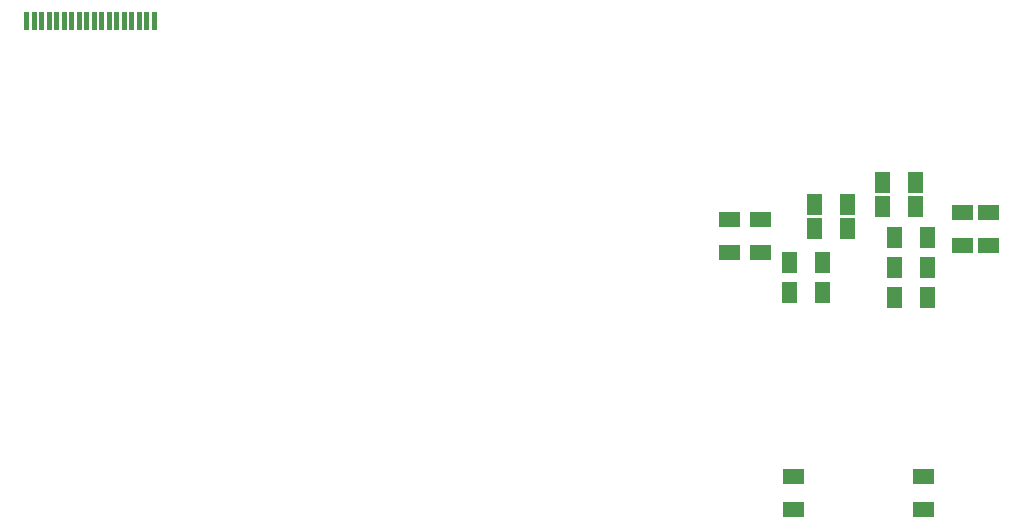
<source format=gbr>
G04 start of page 22 for group -4014 idx -4014 *
G04 Title: IDEF-X, bottompaste *
G04 Creator: pcb 1.99z *
G04 CreationDate: Mi 20 Jan 2016 16:51:45 GMT UTC *
G04 For: stephan *
G04 Format: Gerber/RS-274X *
G04 PCB-Dimensions (mil): 7874.02 3937.01 *
G04 PCB-Coordinate-Origin: lower left *
%MOIN*%
%FSLAX25Y25*%
%LNBOTTOMPASTE*%
%ADD144R,0.0500X0.0500*%
%ADD143R,0.0170X0.0170*%
G54D143*X395266Y236220D02*Y232220D01*
X392766Y236220D02*Y232220D01*
X390266Y236220D02*Y232220D01*
X387766Y236220D02*Y232220D01*
X385266Y236220D02*Y232220D01*
X382766Y236220D02*Y232220D01*
X380266Y236220D02*Y232220D01*
X377766Y236220D02*Y232220D01*
X375266Y236220D02*Y232220D01*
X372766Y236220D02*Y232220D01*
X370266Y236220D02*Y232220D01*
X367766Y236220D02*Y232220D01*
X365266Y236220D02*Y232220D01*
X362766Y236220D02*Y232220D01*
X360266Y236220D02*Y232220D01*
X357766Y236220D02*Y232220D01*
X355266Y236220D02*Y232220D01*
X352766Y236220D02*Y232220D01*
G54D144*X606902Y144701D02*Y142701D01*
X617902Y144701D02*Y142701D01*
X606902Y154740D02*Y152740D01*
X617902Y154740D02*Y152740D01*
X652941Y143126D02*Y141126D01*
X641941Y143126D02*Y141126D01*
X652941Y153165D02*Y151165D01*
X641941Y153165D02*Y151165D01*
Y163205D02*Y161205D01*
X652941Y163205D02*Y161205D01*
X626366Y165961D02*Y163961D01*
X615366Y165961D02*Y163961D01*
X596244Y156902D02*X598244D01*
X596244Y167902D02*X598244D01*
X585811Y156902D02*X587811D01*
X585811Y167902D02*X587811D01*
X663764Y170461D02*X665764D01*
X663764Y159461D02*X665764D01*
X672228Y170461D02*X674228D01*
X672228Y159461D02*X674228D01*
X637807Y173244D02*Y171244D01*
X648807Y173244D02*Y171244D01*
X637807Y181315D02*Y179315D01*
X648807Y181315D02*Y179315D01*
X626366Y174031D02*Y172031D01*
X615366Y174031D02*Y172031D01*
X607268Y82272D02*X609268D01*
X607268Y71272D02*X609268D01*
X650575Y82272D02*X652575D01*
X650575Y71272D02*X652575D01*
M02*

</source>
